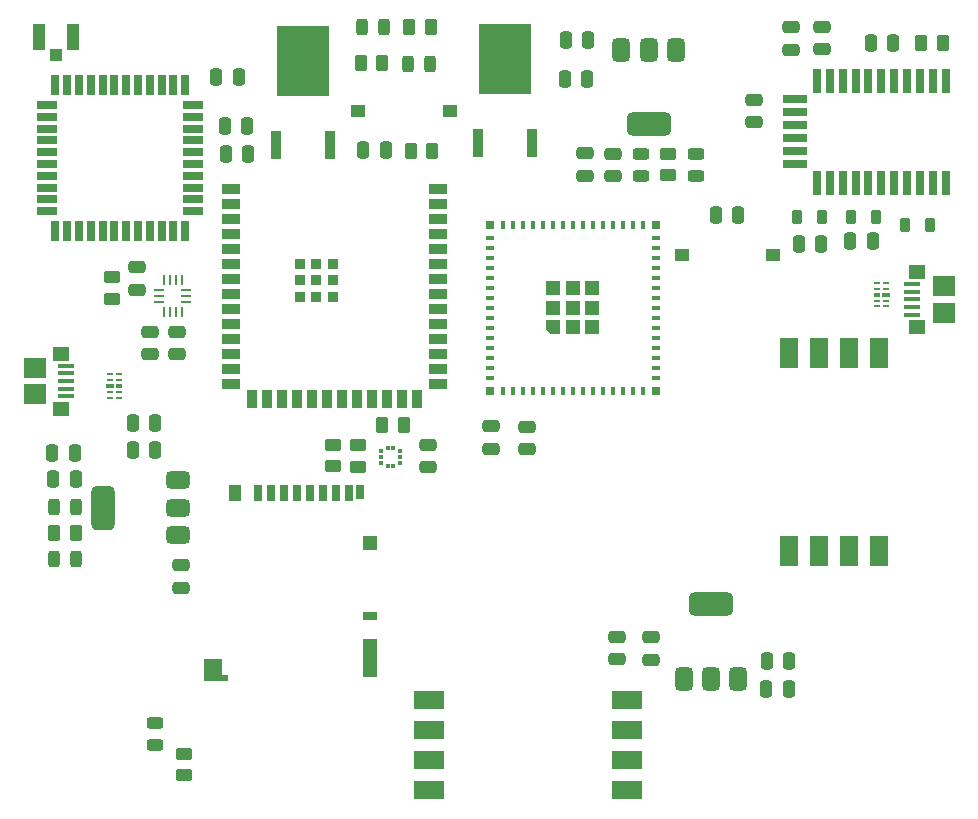
<source format=gbr>
%TF.GenerationSoftware,KiCad,Pcbnew,8.0.3*%
%TF.CreationDate,2025-02-14T19:05:39+05:30*%
%TF.ProjectId,Cyclohexane,4379636c-6f68-4657-9861-6e652e6b6963,rev?*%
%TF.SameCoordinates,Original*%
%TF.FileFunction,Paste,Top*%
%TF.FilePolarity,Positive*%
%FSLAX46Y46*%
G04 Gerber Fmt 4.6, Leading zero omitted, Abs format (unit mm)*
G04 Created by KiCad (PCBNEW 8.0.3) date 2025-02-14 19:05:39*
%MOMM*%
%LPD*%
G01*
G04 APERTURE LIST*
G04 Aperture macros list*
%AMRoundRect*
0 Rectangle with rounded corners*
0 $1 Rounding radius*
0 $2 $3 $4 $5 $6 $7 $8 $9 X,Y pos of 4 corners*
0 Add a 4 corners polygon primitive as box body*
4,1,4,$2,$3,$4,$5,$6,$7,$8,$9,$2,$3,0*
0 Add four circle primitives for the rounded corners*
1,1,$1+$1,$2,$3*
1,1,$1+$1,$4,$5*
1,1,$1+$1,$6,$7*
1,1,$1+$1,$8,$9*
0 Add four rect primitives between the rounded corners*
20,1,$1+$1,$2,$3,$4,$5,0*
20,1,$1+$1,$4,$5,$6,$7,0*
20,1,$1+$1,$6,$7,$8,$9,0*
20,1,$1+$1,$8,$9,$2,$3,0*%
%AMRotRect*
0 Rectangle, with rotation*
0 The origin of the aperture is its center*
0 $1 length*
0 $2 width*
0 $3 Rotation angle, in degrees counterclockwise*
0 Add horizontal line*
21,1,$1,$2,0,0,$3*%
%AMOutline5P*
0 Free polygon, 5 corners , with rotation*
0 The origin of the aperture is its center*
0 number of corners: always 5*
0 $1 to $10 corner X, Y*
0 $11 Rotation angle, in degrees counterclockwise*
0 create outline with 5 corners*
4,1,5,$1,$2,$3,$4,$5,$6,$7,$8,$9,$10,$1,$2,$11*%
%AMOutline6P*
0 Free polygon, 6 corners , with rotation*
0 The origin of the aperture is its center*
0 number of corners: always 6*
0 $1 to $12 corner X, Y*
0 $13 Rotation angle, in degrees counterclockwise*
0 create outline with 6 corners*
4,1,6,$1,$2,$3,$4,$5,$6,$7,$8,$9,$10,$11,$12,$1,$2,$13*%
%AMOutline7P*
0 Free polygon, 7 corners , with rotation*
0 The origin of the aperture is its center*
0 number of corners: always 7*
0 $1 to $14 corner X, Y*
0 $15 Rotation angle, in degrees counterclockwise*
0 create outline with 7 corners*
4,1,7,$1,$2,$3,$4,$5,$6,$7,$8,$9,$10,$11,$12,$13,$14,$1,$2,$15*%
%AMOutline8P*
0 Free polygon, 8 corners , with rotation*
0 The origin of the aperture is its center*
0 number of corners: always 8*
0 $1 to $16 corner X, Y*
0 $17 Rotation angle, in degrees counterclockwise*
0 create outline with 8 corners*
4,1,8,$1,$2,$3,$4,$5,$6,$7,$8,$9,$10,$11,$12,$13,$14,$15,$16,$1,$2,$17*%
G04 Aperture macros list end*
%ADD10RoundRect,0.250000X0.262500X0.450000X-0.262500X0.450000X-0.262500X-0.450000X0.262500X-0.450000X0*%
%ADD11R,1.400000X0.400000*%
%ADD12R,1.450000X1.150000*%
%ADD13R,1.900000X1.750000*%
%ADD14RoundRect,0.250000X-0.450000X0.262500X-0.450000X-0.262500X0.450000X-0.262500X0.450000X0.262500X0*%
%ADD15RoundRect,0.250000X-0.475000X0.250000X-0.475000X-0.250000X0.475000X-0.250000X0.475000X0.250000X0*%
%ADD16RoundRect,0.375000X0.375000X-0.625000X0.375000X0.625000X-0.375000X0.625000X-0.375000X-0.625000X0*%
%ADD17RoundRect,0.500000X1.400000X-0.500000X1.400000X0.500000X-1.400000X0.500000X-1.400000X-0.500000X0*%
%ADD18R,0.700000X1.400000*%
%ADD19R,0.700000X1.200000*%
%ADD20R,1.200000X0.800000*%
%ADD21R,1.500000X1.900000*%
%ADD22RotRect,0.200000X0.200000X45.000000*%
%ADD23R,0.500000X0.500000*%
%ADD24R,1.000000X1.400000*%
%ADD25R,1.200000X1.200000*%
%ADD26R,1.200000X3.200000*%
%ADD27RoundRect,0.243750X-0.456250X0.243750X-0.456250X-0.243750X0.456250X-0.243750X0.456250X0.243750X0*%
%ADD28RoundRect,0.250000X0.250000X0.475000X-0.250000X0.475000X-0.250000X-0.475000X0.250000X-0.475000X0*%
%ADD29R,2.540000X1.520000*%
%ADD30RoundRect,0.250000X0.450000X-0.262500X0.450000X0.262500X-0.450000X0.262500X-0.450000X-0.262500X0*%
%ADD31R,0.254000X0.838200*%
%ADD32R,0.838200X0.254000*%
%ADD33RoundRect,0.250000X-0.250000X-0.475000X0.250000X-0.475000X0.250000X0.475000X-0.250000X0.475000X0*%
%ADD34RoundRect,0.243750X0.456250X-0.243750X0.456250X0.243750X-0.456250X0.243750X-0.456250X-0.243750X0*%
%ADD35R,1.520000X2.540000*%
%ADD36R,1.500000X0.900000*%
%ADD37R,0.900000X1.500000*%
%ADD38R,0.900000X0.900000*%
%ADD39RoundRect,0.243750X0.243750X0.456250X-0.243750X0.456250X-0.243750X-0.456250X0.243750X-0.456250X0*%
%ADD40RoundRect,0.250000X0.475000X-0.250000X0.475000X0.250000X-0.475000X0.250000X-0.475000X-0.250000X0*%
%ADD41RoundRect,0.250000X-0.262500X-0.450000X0.262500X-0.450000X0.262500X0.450000X-0.262500X0.450000X0*%
%ADD42R,0.625000X0.250000*%
%ADD43R,0.700000X0.450000*%
%ADD44R,0.575000X0.450000*%
%ADD45R,0.939800X2.489200*%
%ADD46R,4.368800X5.918200*%
%ADD47R,0.700000X2.000000*%
%ADD48R,2.000000X0.700000*%
%ADD49R,1.250000X1.000000*%
%ADD50RoundRect,0.218750X0.218750X0.381250X-0.218750X0.381250X-0.218750X-0.381250X0.218750X-0.381250X0*%
%ADD51R,1.050000X2.200000*%
%ADD52R,1.000000X1.050000*%
%ADD53R,0.400000X0.800000*%
%ADD54R,0.800000X0.400000*%
%ADD55Outline5P,-0.600000X0.204000X-0.204000X0.600000X0.600000X0.600000X0.600000X-0.600000X-0.600000X-0.600000X90.000000*%
%ADD56R,0.800000X0.800000*%
%ADD57RoundRect,0.375000X-0.375000X0.625000X-0.375000X-0.625000X0.375000X-0.625000X0.375000X0.625000X0*%
%ADD58RoundRect,0.500000X-1.400000X0.500000X-1.400000X-0.500000X1.400000X-0.500000X1.400000X0.500000X0*%
%ADD59RoundRect,0.375000X0.625000X0.375000X-0.625000X0.375000X-0.625000X-0.375000X0.625000X-0.375000X0*%
%ADD60RoundRect,0.500000X0.500000X1.400000X-0.500000X1.400000X-0.500000X-1.400000X0.500000X-1.400000X0*%
%ADD61RoundRect,0.243750X-0.243750X-0.456250X0.243750X-0.456250X0.243750X0.456250X-0.243750X0.456250X0*%
%ADD62R,0.304800X0.330200*%
%ADD63R,0.330200X0.304800*%
%ADD64R,1.800000X0.800000*%
%ADD65R,0.800000X1.800000*%
%ADD66RoundRect,0.218750X-0.218750X-0.381250X0.218750X-0.381250X0.218750X0.381250X-0.218750X0.381250X0*%
G04 APERTURE END LIST*
D10*
%TO.C,R6*%
X182050000Y-49125000D03*
X180225000Y-49125000D03*
%TD*%
D11*
%TO.C,J7*%
X179450000Y-72125000D03*
X179450000Y-71475000D03*
X179450000Y-70825000D03*
X179450000Y-70175000D03*
X179450000Y-69525000D03*
D12*
X179870000Y-73145000D03*
D13*
X182100000Y-71950000D03*
X182100000Y-69700000D03*
D12*
X179870000Y-68505000D03*
%TD*%
D14*
%TO.C,R12*%
X158725000Y-58512500D03*
X158725000Y-60337500D03*
%TD*%
D15*
%TO.C,C31*%
X146850000Y-81625000D03*
X146850000Y-83525000D03*
%TD*%
D16*
%TO.C,U8*%
X160100000Y-102950000D03*
X162400000Y-102950000D03*
D17*
X162400000Y-96650000D03*
D16*
X164700000Y-102950000D03*
%TD*%
D18*
%TO.C,J2*%
X124025000Y-87225000D03*
X125125000Y-87225000D03*
X126225000Y-87225000D03*
X127325000Y-87225000D03*
X128425000Y-87225000D03*
X129525000Y-87225000D03*
X130625000Y-87225000D03*
X131725000Y-87225000D03*
D19*
X132675000Y-87125000D03*
D20*
X133525000Y-97625000D03*
D21*
X120225000Y-102225000D03*
D22*
X120975000Y-102675000D03*
D23*
X121225000Y-102925000D03*
D24*
X122125000Y-87225000D03*
D25*
X133525000Y-91425000D03*
D26*
X133525000Y-101225000D03*
%TD*%
D27*
%TO.C,D6*%
X161100000Y-58512500D03*
X161100000Y-60387500D03*
%TD*%
D28*
%TO.C,C24*%
X151990000Y-48880000D03*
X150090000Y-48880000D03*
%TD*%
%TO.C,C5*%
X108552500Y-83820000D03*
X106652500Y-83820000D03*
%TD*%
D29*
%TO.C,IC1*%
X155280000Y-112410000D03*
X155280000Y-109870000D03*
X155280000Y-107330000D03*
X155280000Y-104790000D03*
X138520000Y-104790000D03*
X138520000Y-107330000D03*
X138520000Y-109870000D03*
X138520000Y-112410000D03*
%TD*%
D30*
%TO.C,R9*%
X111650000Y-70772500D03*
X111650000Y-68947500D03*
%TD*%
D31*
%TO.C,U2*%
X117590000Y-69148600D03*
X117089999Y-69148600D03*
X116589999Y-69148600D03*
X116089998Y-69148600D03*
D32*
X115704299Y-70034301D03*
X115704299Y-70534300D03*
X115704299Y-71034299D03*
D31*
X116089998Y-71920000D03*
X116589999Y-71920000D03*
X117089999Y-71920000D03*
X117590000Y-71920000D03*
D32*
X117975699Y-71034299D03*
X117975699Y-70534300D03*
X117975699Y-70034301D03*
%TD*%
D33*
%TO.C,C23*%
X120525000Y-52025000D03*
X122425000Y-52025000D03*
%TD*%
D34*
%TO.C,D7*%
X156450000Y-60362500D03*
X156450000Y-58487500D03*
%TD*%
D28*
%TO.C,C13*%
X177810000Y-49130000D03*
X175910000Y-49130000D03*
%TD*%
D35*
%TO.C,IC2*%
X176601500Y-75345000D03*
X174061500Y-75345000D03*
X171521500Y-75345000D03*
X168981500Y-75345000D03*
X168981500Y-92105000D03*
X171521500Y-92105000D03*
X174061500Y-92105000D03*
X176601500Y-92105000D03*
%TD*%
D28*
%TO.C,C3*%
X115330000Y-81320000D03*
X113430000Y-81320000D03*
%TD*%
D36*
%TO.C,U5*%
X121750000Y-61490000D03*
X121750000Y-62760000D03*
X121750000Y-64030000D03*
X121750000Y-65300000D03*
X121750000Y-66570000D03*
X121750000Y-67840000D03*
X121750000Y-69110000D03*
X121750000Y-70380000D03*
X121750000Y-71650000D03*
X121750000Y-72920000D03*
X121750000Y-74190000D03*
X121750000Y-75460000D03*
X121750000Y-76730000D03*
X121750000Y-78000000D03*
D37*
X123515000Y-79250000D03*
X124785000Y-79250000D03*
X126055000Y-79250000D03*
X127325000Y-79250000D03*
X128595000Y-79250000D03*
X129865000Y-79250000D03*
X131135000Y-79250000D03*
X132405000Y-79250000D03*
X133675000Y-79250000D03*
X134945000Y-79250000D03*
X136215000Y-79250000D03*
X137485000Y-79250000D03*
D36*
X139250000Y-78000000D03*
X139250000Y-76730000D03*
X139250000Y-75460000D03*
X139250000Y-74190000D03*
X139250000Y-72920000D03*
X139250000Y-71650000D03*
X139250000Y-70380000D03*
X139250000Y-69110000D03*
X139250000Y-67840000D03*
X139250000Y-66570000D03*
X139250000Y-65300000D03*
X139250000Y-64030000D03*
X139250000Y-62760000D03*
X139250000Y-61490000D03*
D38*
X127600000Y-67810000D03*
X127600000Y-69210000D03*
X127600000Y-70610000D03*
X129000000Y-67810000D03*
X129000000Y-69210000D03*
X129000000Y-70610000D03*
X130400000Y-67810000D03*
X130400000Y-69210000D03*
X130400000Y-70610000D03*
%TD*%
D39*
%TO.C,D4*%
X138650000Y-50875000D03*
X136775000Y-50875000D03*
%TD*%
D40*
%TO.C,C15*%
X171800000Y-49650000D03*
X171800000Y-47750000D03*
%TD*%
D41*
%TO.C,R8*%
X136870000Y-47775000D03*
X138695000Y-47775000D03*
%TD*%
D15*
%TO.C,C21*%
X157350000Y-99425000D03*
X157350000Y-101325000D03*
%TD*%
D10*
%TO.C,R2*%
X108600000Y-90600000D03*
X106775000Y-90600000D03*
%TD*%
D14*
%TO.C,R7*%
X117800000Y-109287500D03*
X117800000Y-111112500D03*
%TD*%
D42*
%TO.C,U3*%
X111485000Y-77170000D03*
X111485000Y-77670000D03*
D43*
X111522500Y-78170000D03*
D42*
X111485000Y-78670000D03*
X111485000Y-79170000D03*
X112260000Y-79170000D03*
X112260000Y-78670000D03*
D44*
X112285000Y-78170000D03*
D42*
X112260000Y-77670000D03*
X112260000Y-77170000D03*
%TD*%
D14*
%TO.C,R1*%
X130400000Y-83137500D03*
X130400000Y-84962500D03*
%TD*%
D15*
%TO.C,C32*%
X143800000Y-81575000D03*
X143800000Y-83475000D03*
%TD*%
%TO.C,C8*%
X117230000Y-73570000D03*
X117230000Y-75470000D03*
%TD*%
D40*
%TO.C,C22*%
X154475000Y-101300000D03*
X154475000Y-99400000D03*
%TD*%
D15*
%TO.C,C1*%
X117525000Y-93350000D03*
X117525000Y-95250000D03*
%TD*%
D41*
%TO.C,R5*%
X134555000Y-81490000D03*
X136380000Y-81490000D03*
%TD*%
D10*
%TO.C,R3*%
X138825000Y-58225000D03*
X137000000Y-58225000D03*
%TD*%
D45*
%TO.C,U10*%
X142650000Y-57581900D03*
X147222000Y-57581900D03*
D46*
X144936000Y-50482600D03*
%TD*%
D40*
%TO.C,C14*%
X169175000Y-49700000D03*
X169175000Y-47800000D03*
%TD*%
D33*
%TO.C,C20*%
X167125000Y-101450000D03*
X169025000Y-101450000D03*
%TD*%
D28*
%TO.C,C10*%
X123200000Y-58500000D03*
X121300000Y-58500000D03*
%TD*%
%TO.C,C17*%
X171740000Y-66160000D03*
X169840000Y-66160000D03*
%TD*%
D42*
%TO.C,U13*%
X177225000Y-71425000D03*
X177225000Y-70925000D03*
D43*
X177187500Y-70425000D03*
D42*
X177225000Y-69925000D03*
X177225000Y-69425000D03*
X176450000Y-69425000D03*
X176450000Y-69925000D03*
D44*
X176425000Y-70425000D03*
D42*
X176450000Y-70925000D03*
X176450000Y-71425000D03*
%TD*%
D47*
%TO.C,U6*%
X182340000Y-52321990D03*
X181240030Y-52321990D03*
X180140000Y-52321990D03*
X179040030Y-52321990D03*
X177940010Y-52321990D03*
X176840030Y-52321990D03*
X175740010Y-52321990D03*
X174640040Y-52321990D03*
X173540010Y-52321990D03*
X172440040Y-52321990D03*
X171340020Y-52321990D03*
D48*
X169540020Y-53876020D03*
X169540020Y-54975990D03*
X169540020Y-56076010D03*
X169540020Y-57175990D03*
X169540020Y-58276010D03*
X169540020Y-59375980D03*
D47*
X171340020Y-60958000D03*
X172440040Y-60958000D03*
X173540010Y-60958000D03*
X174640040Y-60958000D03*
X175740010Y-60958000D03*
X176840030Y-60958000D03*
X177940010Y-60958000D03*
X179040030Y-60958000D03*
X180140000Y-60958000D03*
X181240030Y-60958000D03*
X182340000Y-60958000D03*
%TD*%
D49*
%TO.C,SW1*%
X140275000Y-54850000D03*
X132525000Y-54850000D03*
%TD*%
D39*
%TO.C,D1*%
X108650000Y-92825000D03*
X106775000Y-92825000D03*
%TD*%
D50*
%TO.C,L2*%
X171780000Y-63840000D03*
X169655000Y-63840000D03*
%TD*%
D51*
%TO.C,J10*%
X105475000Y-48575000D03*
D52*
X106950000Y-50100000D03*
D51*
X108425000Y-48575000D03*
%TD*%
D40*
%TO.C,C11*%
X138440000Y-85030000D03*
X138440000Y-83130000D03*
%TD*%
D53*
%TO.C,U15*%
X144770000Y-78550000D03*
X145620000Y-78550000D03*
X146470000Y-78550000D03*
X147320000Y-78550000D03*
X148170000Y-78550000D03*
X149020000Y-78550000D03*
X149870000Y-78550000D03*
X150720000Y-78550000D03*
X151570000Y-78550000D03*
X152420000Y-78550000D03*
X153270000Y-78550000D03*
X154120000Y-78550000D03*
X154970000Y-78550000D03*
X155820000Y-78550000D03*
X156670000Y-78550000D03*
D54*
X157720000Y-77500000D03*
X157720000Y-76650000D03*
X157720000Y-75800000D03*
X157720000Y-74950000D03*
X157720000Y-74100000D03*
X157720000Y-73250000D03*
X157720000Y-72400000D03*
X157720000Y-71550000D03*
X157720000Y-70700000D03*
X157720000Y-69850000D03*
X157720000Y-69000000D03*
X157720000Y-68150000D03*
X157720000Y-67300000D03*
X157720000Y-66450000D03*
X157720000Y-65600000D03*
D53*
X156670000Y-64550000D03*
X155820000Y-64550000D03*
X154970000Y-64550000D03*
X154120000Y-64550000D03*
X153270000Y-64550000D03*
X152420000Y-64550000D03*
X151570000Y-64550000D03*
X150720000Y-64550000D03*
X149870000Y-64550000D03*
X149020000Y-64550000D03*
X148170000Y-64550000D03*
X147320000Y-64550000D03*
X146470000Y-64550000D03*
X145620000Y-64550000D03*
X144770000Y-64550000D03*
D54*
X143720000Y-65600000D03*
X143720000Y-66450000D03*
X143720000Y-67300000D03*
X143720000Y-68150000D03*
X143720000Y-69000000D03*
X143720000Y-69850000D03*
X143720000Y-70700000D03*
X143720000Y-71550000D03*
X143720000Y-72400000D03*
X143720000Y-73250000D03*
X143720000Y-74100000D03*
X143720000Y-74950000D03*
X143720000Y-75800000D03*
X143720000Y-76650000D03*
X143720000Y-77500000D03*
D55*
X149070000Y-73200000D03*
D25*
X150720000Y-73200000D03*
X152370000Y-73200000D03*
X149070000Y-71550000D03*
X150720000Y-71550000D03*
X152370000Y-71550000D03*
X149070000Y-69900000D03*
X150720000Y-69900000D03*
X152370000Y-69900000D03*
D56*
X143720000Y-78550000D03*
X157720000Y-78550000D03*
X157720000Y-64550000D03*
X143720000Y-64550000D03*
%TD*%
D57*
%TO.C,U12*%
X159417500Y-49685000D03*
X157117500Y-49685000D03*
D58*
X157117500Y-55985000D03*
D57*
X154817500Y-49685000D03*
%TD*%
D28*
%TO.C,C9*%
X123125000Y-56150000D03*
X121225000Y-56150000D03*
%TD*%
D11*
%TO.C,J1*%
X107780000Y-76450000D03*
X107780000Y-77100000D03*
X107780000Y-77750000D03*
X107780000Y-78400000D03*
X107780000Y-79050000D03*
D12*
X107360000Y-75430000D03*
D13*
X105130000Y-76625000D03*
X105130000Y-78875000D03*
D12*
X107360000Y-80070000D03*
%TD*%
D45*
%TO.C,U7*%
X125539000Y-57756900D03*
X130111000Y-57756900D03*
D46*
X127825000Y-50657600D03*
%TD*%
D28*
%TO.C,C4*%
X108602500Y-86070000D03*
X106702500Y-86070000D03*
%TD*%
D59*
%TO.C,U1*%
X117240000Y-90752500D03*
X117240000Y-88452500D03*
D60*
X110940000Y-88452500D03*
D59*
X117240000Y-86152500D03*
%TD*%
D49*
%TO.C,SW2*%
X167675000Y-67075000D03*
X159925000Y-67075000D03*
%TD*%
D33*
%TO.C,C12*%
X132975000Y-58200000D03*
X134875000Y-58200000D03*
%TD*%
D61*
%TO.C,D5*%
X106750000Y-88400000D03*
X108625000Y-88400000D03*
%TD*%
%TO.C,D3*%
X132862500Y-47775000D03*
X134737500Y-47775000D03*
%TD*%
D15*
%TO.C,C16*%
X166050000Y-53950000D03*
X166050000Y-55850000D03*
%TD*%
D62*
%TO.C,U4*%
X135520126Y-83385200D03*
X135020000Y-83385200D03*
D63*
X134482663Y-83672474D03*
X134482663Y-84172600D03*
X134482663Y-84672726D03*
D62*
X135020000Y-84960000D03*
X135520126Y-84960000D03*
D63*
X136057463Y-84672726D03*
X136057463Y-84172600D03*
X136057463Y-83672474D03*
%TD*%
D15*
%TO.C,C30*%
X154115000Y-58480000D03*
X154115000Y-60380000D03*
%TD*%
D27*
%TO.C,D2*%
X115350000Y-106712500D03*
X115350000Y-108587500D03*
%TD*%
D15*
%TO.C,C28*%
X151720000Y-58447500D03*
X151720000Y-60347500D03*
%TD*%
D28*
%TO.C,C25*%
X164700000Y-63700000D03*
X162800000Y-63700000D03*
%TD*%
%TO.C,C26*%
X151930000Y-52130000D03*
X150030000Y-52130000D03*
%TD*%
D33*
%TO.C,C18*%
X174200000Y-65920000D03*
X176100000Y-65920000D03*
%TD*%
D15*
%TO.C,C6*%
X114920000Y-73560000D03*
X114920000Y-75460000D03*
%TD*%
D64*
%TO.C,U9*%
X106190000Y-54370000D03*
X106190000Y-55370000D03*
X106190000Y-56370000D03*
X106190000Y-57370000D03*
X106190000Y-58370000D03*
X106190000Y-59370000D03*
X106190000Y-60370000D03*
X106190000Y-61370000D03*
X106190000Y-62370000D03*
X106190000Y-63370000D03*
D65*
X106890000Y-65070000D03*
X107890000Y-65070000D03*
X108890000Y-65070000D03*
X109890000Y-65070000D03*
X110890000Y-65070000D03*
X111890000Y-65070000D03*
X112890000Y-65070000D03*
X113890000Y-65070000D03*
X114890000Y-65070000D03*
X115890000Y-65070000D03*
X116890000Y-65070000D03*
X117890000Y-65070000D03*
D64*
X118590000Y-63370000D03*
X118590000Y-62370000D03*
X118590000Y-61370000D03*
X118590000Y-60370000D03*
X118590000Y-59370000D03*
X118590000Y-58370000D03*
X118590000Y-57370000D03*
X118590000Y-56370000D03*
X118590000Y-55370000D03*
X118590000Y-54370000D03*
D65*
X117890000Y-52670000D03*
X116890000Y-52670000D03*
X115890000Y-52670000D03*
X114890000Y-52670000D03*
X113890000Y-52670000D03*
X112890000Y-52670000D03*
X111890000Y-52670000D03*
X110890000Y-52670000D03*
X109890000Y-52670000D03*
X108890000Y-52670000D03*
X107890000Y-52670000D03*
X106890000Y-52670000D03*
%TD*%
D28*
%TO.C,C2*%
X115330000Y-83570000D03*
X113430000Y-83570000D03*
%TD*%
D50*
%TO.C,L1*%
X180930000Y-64570000D03*
X178805000Y-64570000D03*
%TD*%
D10*
%TO.C,R10*%
X134587500Y-50850000D03*
X132762500Y-50850000D03*
%TD*%
D33*
%TO.C,C19*%
X167100000Y-103850000D03*
X169000000Y-103850000D03*
%TD*%
D15*
%TO.C,C7*%
X113840000Y-68125000D03*
X113840000Y-70025000D03*
%TD*%
D66*
%TO.C,L3*%
X174247500Y-63830000D03*
X176372500Y-63830000D03*
%TD*%
D30*
%TO.C,R4*%
X132490000Y-84992500D03*
X132490000Y-83167500D03*
%TD*%
M02*

</source>
